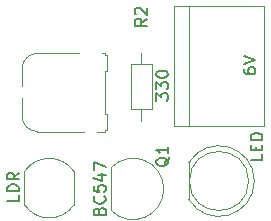
<source format=gbr>
G04 #@! TF.GenerationSoftware,KiCad,Pcbnew,(5.1.5)-3*
G04 #@! TF.CreationDate,2020-11-04T23:21:00+03:00*
G04 #@! TF.ProjectId,dark dedector adjusted,6461726b-2064-4656-9465-63746f722061,rev?*
G04 #@! TF.SameCoordinates,Original*
G04 #@! TF.FileFunction,Legend,Top*
G04 #@! TF.FilePolarity,Positive*
%FSLAX46Y46*%
G04 Gerber Fmt 4.6, Leading zero omitted, Abs format (unit mm)*
G04 Created by KiCad (PCBNEW (5.1.5)-3) date 2020-11-04 23:21:00*
%MOMM*%
%LPD*%
G04 APERTURE LIST*
%ADD10C,0.120000*%
%ADD11C,0.150000*%
G04 APERTURE END LIST*
D10*
X149910000Y-82990000D02*
X149910000Y-84410000D01*
X149710000Y-84410000D02*
X149710000Y-87990000D01*
X149710000Y-87990000D02*
X149910000Y-87990000D01*
X149910000Y-87990000D02*
X149910000Y-89410000D01*
X149910000Y-89410000D02*
X149710000Y-89410000D01*
X142690000Y-85690000D02*
X142690000Y-84200000D01*
X144000000Y-82890000D02*
X147540000Y-82890000D01*
X147980000Y-89510000D02*
X144000000Y-89510000D01*
X142690000Y-88200000D02*
X142690000Y-86710000D01*
X142690000Y-84200000D02*
G75*
G02X144000000Y-82890000I1310000J0D01*
G01*
X144000000Y-89510000D02*
G75*
G02X142690000Y-88200000I0J1310000D01*
G01*
X149710000Y-84410000D02*
X149910000Y-84410000D01*
X149910000Y-82990000D02*
X149710000Y-82990000D01*
X149710000Y-82990000D02*
X149710000Y-82890000D01*
X149710000Y-82890000D02*
X149460000Y-82890000D01*
X149710000Y-89410000D02*
X149710000Y-89510000D01*
X149710000Y-89510000D02*
X149020000Y-89510000D01*
X156860000Y-89020000D02*
X156860000Y-78860000D01*
X155590000Y-89020000D02*
X163210000Y-89020000D01*
X163210000Y-89020000D02*
X163210000Y-78860000D01*
X163210000Y-78860000D02*
X155590000Y-78860000D01*
X155590000Y-78860000D02*
X155590000Y-89020000D01*
X162360000Y-93700462D02*
G75*
G03X156810000Y-92155170I-2990000J462D01*
G01*
X162360000Y-93699538D02*
G75*
G02X156810000Y-95244830I-2990000J-462D01*
G01*
X161870000Y-93700000D02*
G75*
G03X161870000Y-93700000I-2500000J0D01*
G01*
X156810000Y-92155000D02*
X156810000Y-95245000D01*
X150250000Y-92570000D02*
X150250000Y-96170000D01*
X150261522Y-92531522D02*
G75*
G02X154700000Y-94370000I1838478J-1838478D01*
G01*
X150261522Y-96208478D02*
G75*
G03X154700000Y-94370000I1838478J1838478D01*
G01*
X142900000Y-92900000D02*
X142900000Y-95700000D01*
X147100000Y-92900000D02*
X147100000Y-95700000D01*
X142890758Y-95686037D02*
G75*
G03X147100000Y-95700000I2109242J1386037D01*
G01*
X147109242Y-92913963D02*
G75*
G03X142900000Y-92900000I-2109242J-1386037D01*
G01*
X153720000Y-83790000D02*
X151880000Y-83790000D01*
X151880000Y-83790000D02*
X151880000Y-87630000D01*
X151880000Y-87630000D02*
X153720000Y-87630000D01*
X153720000Y-87630000D02*
X153720000Y-83790000D01*
X152800000Y-82840000D02*
X152800000Y-83790000D01*
X152800000Y-88580000D02*
X152800000Y-87630000D01*
D11*
X161452380Y-84178095D02*
X161452380Y-84368571D01*
X161500000Y-84463809D01*
X161547619Y-84511428D01*
X161690476Y-84606666D01*
X161880952Y-84654285D01*
X162261904Y-84654285D01*
X162357142Y-84606666D01*
X162404761Y-84559047D01*
X162452380Y-84463809D01*
X162452380Y-84273333D01*
X162404761Y-84178095D01*
X162357142Y-84130476D01*
X162261904Y-84082857D01*
X162023809Y-84082857D01*
X161928571Y-84130476D01*
X161880952Y-84178095D01*
X161833333Y-84273333D01*
X161833333Y-84463809D01*
X161880952Y-84559047D01*
X161928571Y-84606666D01*
X162023809Y-84654285D01*
X161452380Y-83797142D02*
X162452380Y-83463809D01*
X161452380Y-83130476D01*
X163052380Y-91442857D02*
X163052380Y-91919047D01*
X162052380Y-91919047D01*
X162528571Y-91109523D02*
X162528571Y-90776190D01*
X163052380Y-90633333D02*
X163052380Y-91109523D01*
X162052380Y-91109523D01*
X162052380Y-90633333D01*
X163052380Y-90204761D02*
X162052380Y-90204761D01*
X162052380Y-89966666D01*
X162100000Y-89823809D01*
X162195238Y-89728571D01*
X162290476Y-89680952D01*
X162480952Y-89633333D01*
X162623809Y-89633333D01*
X162814285Y-89680952D01*
X162909523Y-89728571D01*
X163004761Y-89823809D01*
X163052380Y-89966666D01*
X163052380Y-90204761D01*
X155147619Y-91695238D02*
X155100000Y-91790476D01*
X155004761Y-91885714D01*
X154861904Y-92028571D01*
X154814285Y-92123809D01*
X154814285Y-92219047D01*
X155052380Y-92171428D02*
X155004761Y-92266666D01*
X154909523Y-92361904D01*
X154719047Y-92409523D01*
X154385714Y-92409523D01*
X154195238Y-92361904D01*
X154100000Y-92266666D01*
X154052380Y-92171428D01*
X154052380Y-91980952D01*
X154100000Y-91885714D01*
X154195238Y-91790476D01*
X154385714Y-91742857D01*
X154719047Y-91742857D01*
X154909523Y-91790476D01*
X155004761Y-91885714D01*
X155052380Y-91980952D01*
X155052380Y-92171428D01*
X155052380Y-90790476D02*
X155052380Y-91361904D01*
X155052380Y-91076190D02*
X154052380Y-91076190D01*
X154195238Y-91171428D01*
X154290476Y-91266666D01*
X154338095Y-91361904D01*
X149238571Y-96227142D02*
X149286190Y-96084285D01*
X149333809Y-96036666D01*
X149429047Y-95989047D01*
X149571904Y-95989047D01*
X149667142Y-96036666D01*
X149714761Y-96084285D01*
X149762380Y-96179523D01*
X149762380Y-96560476D01*
X148762380Y-96560476D01*
X148762380Y-96227142D01*
X148810000Y-96131904D01*
X148857619Y-96084285D01*
X148952857Y-96036666D01*
X149048095Y-96036666D01*
X149143333Y-96084285D01*
X149190952Y-96131904D01*
X149238571Y-96227142D01*
X149238571Y-96560476D01*
X149667142Y-94989047D02*
X149714761Y-95036666D01*
X149762380Y-95179523D01*
X149762380Y-95274761D01*
X149714761Y-95417619D01*
X149619523Y-95512857D01*
X149524285Y-95560476D01*
X149333809Y-95608095D01*
X149190952Y-95608095D01*
X149000476Y-95560476D01*
X148905238Y-95512857D01*
X148810000Y-95417619D01*
X148762380Y-95274761D01*
X148762380Y-95179523D01*
X148810000Y-95036666D01*
X148857619Y-94989047D01*
X148762380Y-94084285D02*
X148762380Y-94560476D01*
X149238571Y-94608095D01*
X149190952Y-94560476D01*
X149143333Y-94465238D01*
X149143333Y-94227142D01*
X149190952Y-94131904D01*
X149238571Y-94084285D01*
X149333809Y-94036666D01*
X149571904Y-94036666D01*
X149667142Y-94084285D01*
X149714761Y-94131904D01*
X149762380Y-94227142D01*
X149762380Y-94465238D01*
X149714761Y-94560476D01*
X149667142Y-94608095D01*
X149095714Y-93179523D02*
X149762380Y-93179523D01*
X148714761Y-93417619D02*
X149429047Y-93655714D01*
X149429047Y-93036666D01*
X148762380Y-92750952D02*
X148762380Y-92084285D01*
X149762380Y-92512857D01*
X142452380Y-94890476D02*
X142452380Y-95366666D01*
X141452380Y-95366666D01*
X142452380Y-94557142D02*
X141452380Y-94557142D01*
X141452380Y-94319047D01*
X141500000Y-94176190D01*
X141595238Y-94080952D01*
X141690476Y-94033333D01*
X141880952Y-93985714D01*
X142023809Y-93985714D01*
X142214285Y-94033333D01*
X142309523Y-94080952D01*
X142404761Y-94176190D01*
X142452380Y-94319047D01*
X142452380Y-94557142D01*
X142452380Y-92985714D02*
X141976190Y-93319047D01*
X142452380Y-93557142D02*
X141452380Y-93557142D01*
X141452380Y-93176190D01*
X141500000Y-93080952D01*
X141547619Y-93033333D01*
X141642857Y-92985714D01*
X141785714Y-92985714D01*
X141880952Y-93033333D01*
X141928571Y-93080952D01*
X141976190Y-93176190D01*
X141976190Y-93557142D01*
X153252380Y-79966666D02*
X152776190Y-80300000D01*
X153252380Y-80538095D02*
X152252380Y-80538095D01*
X152252380Y-80157142D01*
X152300000Y-80061904D01*
X152347619Y-80014285D01*
X152442857Y-79966666D01*
X152585714Y-79966666D01*
X152680952Y-80014285D01*
X152728571Y-80061904D01*
X152776190Y-80157142D01*
X152776190Y-80538095D01*
X152347619Y-79585714D02*
X152300000Y-79538095D01*
X152252380Y-79442857D01*
X152252380Y-79204761D01*
X152300000Y-79109523D01*
X152347619Y-79061904D01*
X152442857Y-79014285D01*
X152538095Y-79014285D01*
X152680952Y-79061904D01*
X153252380Y-79633333D01*
X153252380Y-79014285D01*
X154052380Y-86885714D02*
X154052380Y-86266666D01*
X154433333Y-86600000D01*
X154433333Y-86457142D01*
X154480952Y-86361904D01*
X154528571Y-86314285D01*
X154623809Y-86266666D01*
X154861904Y-86266666D01*
X154957142Y-86314285D01*
X155004761Y-86361904D01*
X155052380Y-86457142D01*
X155052380Y-86742857D01*
X155004761Y-86838095D01*
X154957142Y-86885714D01*
X154052380Y-85933333D02*
X154052380Y-85314285D01*
X154433333Y-85647619D01*
X154433333Y-85504761D01*
X154480952Y-85409523D01*
X154528571Y-85361904D01*
X154623809Y-85314285D01*
X154861904Y-85314285D01*
X154957142Y-85361904D01*
X155004761Y-85409523D01*
X155052380Y-85504761D01*
X155052380Y-85790476D01*
X155004761Y-85885714D01*
X154957142Y-85933333D01*
X154052380Y-84695238D02*
X154052380Y-84600000D01*
X154100000Y-84504761D01*
X154147619Y-84457142D01*
X154242857Y-84409523D01*
X154433333Y-84361904D01*
X154671428Y-84361904D01*
X154861904Y-84409523D01*
X154957142Y-84457142D01*
X155004761Y-84504761D01*
X155052380Y-84600000D01*
X155052380Y-84695238D01*
X155004761Y-84790476D01*
X154957142Y-84838095D01*
X154861904Y-84885714D01*
X154671428Y-84933333D01*
X154433333Y-84933333D01*
X154242857Y-84885714D01*
X154147619Y-84838095D01*
X154100000Y-84790476D01*
X154052380Y-84695238D01*
M02*

</source>
